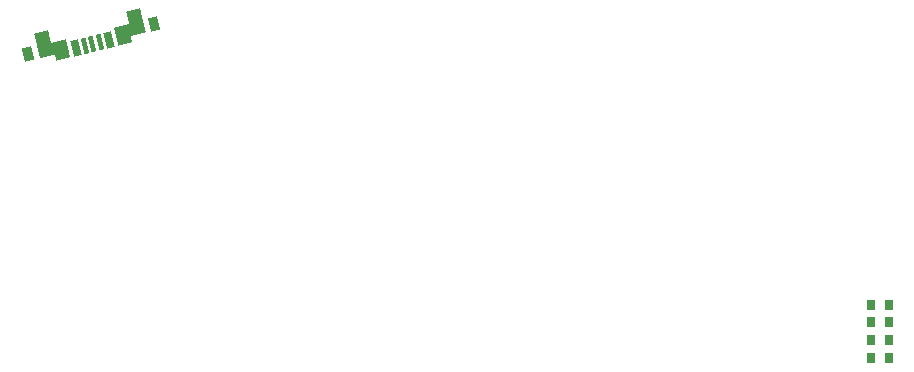
<source format=gbp>
%FSLAX44Y44*%
%MOMM*%
G71*
G01*
G75*
G04 Layer_Color=128*
%ADD10C,0.7620*%
G04:AMPARAMS|DCode=11|XSize=2mm|YSize=1.75mm|CornerRadius=0mm|HoleSize=0mm|Usage=FLASHONLY|Rotation=279.640|XOffset=0mm|YOffset=0mm|HoleType=Round|Shape=Rectangle|*
%AMROTATEDRECTD11*
4,1,4,-1.0301,0.8394,0.6952,1.1324,1.0301,-0.8394,-0.6952,-1.1324,-1.0301,0.8394,0.0*
%
%ADD11ROTATEDRECTD11*%

%ADD12R,2.3000X2.3000*%
%ADD13R,0.8000X0.9000*%
%ADD14O,1.7500X0.3000*%
%ADD15R,0.7000X0.9000*%
%ADD16R,0.9000X0.7000*%
%ADD17R,0.9000X0.8000*%
%ADD18R,0.4900X0.3000*%
%ADD19R,0.5200X0.3000*%
%ADD20R,1.7000X1.1000*%
%ADD21C,0.4000*%
%ADD22R,1.0000X1.0000*%
%ADD23R,0.7000X1.4000*%
%ADD24R,0.5500X0.9500*%
%ADD25O,0.2800X0.8500*%
%ADD26R,2.4000X1.6500*%
%ADD27R,0.7000X0.3000*%
%ADD28R,1.0000X1.6000*%
%ADD29R,0.4500X0.8500*%
%ADD30R,2.4000X1.5000*%
%ADD31R,0.8500X0.7000*%
%ADD32O,0.7000X2.0000*%
%ADD33O,1.3500X0.4500*%
%ADD34R,2.0000X0.4000*%
G04:AMPARAMS|DCode=35|XSize=1.524mm|YSize=2.8448mm|CornerRadius=0mm|HoleSize=0mm|Usage=FLASHONLY|Rotation=82.000|XOffset=0mm|YOffset=0mm|HoleType=Round|Shape=Rectangle|*
%AMROTATEDRECTD35*
4,1,4,1.3025,-0.9525,-1.5146,-0.5566,-1.3025,0.9525,1.5146,0.5566,1.3025,-0.9525,0.0*
%
%ADD35ROTATEDRECTD35*%

G04:AMPARAMS|DCode=36|XSize=1.524mm|YSize=2.8448mm|CornerRadius=0mm|HoleSize=0mm|Usage=FLASHONLY|Rotation=352.000|XOffset=0mm|YOffset=0mm|HoleType=Round|Shape=Rectangle|*
%AMROTATEDRECTD36*
4,1,4,-0.9525,-1.3025,-0.5566,1.5146,0.9525,1.3025,0.5566,-1.5146,-0.9525,-1.3025,0.0*
%
%ADD36ROTATEDRECTD36*%

%ADD37O,0.3000X1.7500*%
%ADD38R,0.2500X0.7000*%
%ADD39R,2.3800X1.6500*%
%ADD40R,0.3000X0.4900*%
%ADD41R,0.3000X0.5200*%
%ADD42C,0.1905*%
%ADD43C,0.4064*%
%ADD44C,0.5080*%
%ADD45C,0.2540*%
%ADD46C,0.3048*%
%ADD47C,0.2032*%
%ADD48C,0.6096*%
%ADD49C,1.0160*%
%ADD50C,0.3556*%
%ADD51C,1.2700*%
%ADD52R,0.7000X0.2800*%
%ADD53R,1.5000X1.5000*%
%ADD54C,1.5000*%
%ADD55C,1.8500*%
%ADD56R,1.8500X1.8500*%
%ADD57R,1.5000X1.5000*%
%ADD58C,1.2700*%
%ADD59R,1.2700X1.2700*%
%ADD60C,1.5240*%
%ADD61C,2.9000*%
%ADD62C,0.6350*%
%ADD63C,0.9000*%
%ADD64C,0.7000*%
%ADD65C,0.5000*%
%ADD66C,0.6350*%
G04:AMPARAMS|DCode=67|XSize=0.65mm|YSize=1.35mm|CornerRadius=0mm|HoleSize=0mm|Usage=FLASHONLY|Rotation=13.600|XOffset=0mm|YOffset=0mm|HoleType=Round|Shape=Rectangle|*
%AMROTATEDRECTD67*
4,1,4,-0.1572,-0.7325,-0.4746,0.5797,0.1572,0.7325,0.4746,-0.5797,-0.1572,-0.7325,0.0*
%
%ADD67ROTATEDRECTD67*%

G04:AMPARAMS|DCode=68|XSize=0.4mm|YSize=1.35mm|CornerRadius=0mm|HoleSize=0mm|Usage=FLASHONLY|Rotation=13.600|XOffset=0mm|YOffset=0mm|HoleType=Round|Shape=Rectangle|*
%AMROTATEDRECTD68*
4,1,4,-0.0357,-0.7031,-0.3531,0.6090,0.0357,0.7031,0.3531,-0.6090,-0.0357,-0.7031,0.0*
%
%ADD68ROTATEDRECTD68*%

G04:AMPARAMS|DCode=69|XSize=0.825mm|YSize=1.15mm|CornerRadius=0mm|HoleSize=0mm|Usage=FLASHONLY|Rotation=13.600|XOffset=0mm|YOffset=0mm|HoleType=Round|Shape=Rectangle|*
%AMROTATEDRECTD69*
4,1,4,-0.2657,-0.6559,-0.5361,0.4619,0.2657,0.6559,0.5361,-0.4619,-0.2657,-0.6559,0.0*
%
%ADD69ROTATEDRECTD69*%

G04:AMPARAMS|DCode=70|XSize=0.775mm|YSize=1.15mm|CornerRadius=0mm|HoleSize=0mm|Usage=FLASHONLY|Rotation=13.600|XOffset=0mm|YOffset=0mm|HoleType=Round|Shape=Rectangle|*
%AMROTATEDRECTD70*
4,1,4,-0.2414,-0.6500,-0.5118,0.4678,0.2414,0.6500,0.5118,-0.4678,-0.2414,-0.6500,0.0*
%
%ADD70ROTATEDRECTD70*%

G04:AMPARAMS|DCode=71|XSize=1.2mm|YSize=1.55mm|CornerRadius=0mm|HoleSize=0mm|Usage=FLASHONLY|Rotation=13.600|XOffset=0mm|YOffset=0mm|HoleType=Round|Shape=Rectangle|*
%AMROTATEDRECTD71*
4,1,4,-0.4009,-0.8943,-0.7654,0.6122,0.4009,0.8943,0.7654,-0.6122,-0.4009,-0.8943,0.0*
%
%ADD71ROTATEDRECTD71*%

G04:AMPARAMS|DCode=72|XSize=2.51mm|YSize=1mm|CornerRadius=0mm|HoleSize=0mm|Usage=FLASHONLY|Rotation=13.600|XOffset=0mm|YOffset=0mm|HoleType=Round|Shape=Rectangle|*
%AMROTATEDRECTD72*
4,1,4,-1.1022,-0.7811,-1.3374,0.1909,1.1022,0.7811,1.3374,-0.1909,-1.1022,-0.7811,0.0*
%
%ADD72ROTATEDRECTD72*%

G04:AMPARAMS|DCode=73|XSize=1.2mm|YSize=2.1mm|CornerRadius=0mm|HoleSize=0mm|Usage=FLASHONLY|Rotation=13.600|XOffset=0mm|YOffset=0mm|HoleType=Round|Shape=Rectangle|*
%AMROTATEDRECTD73*
4,1,4,-0.3363,-1.1617,-0.8301,0.8795,0.3363,1.1617,0.8301,-0.8795,-0.3363,-1.1617,0.0*
%
%ADD73ROTATEDRECTD73*%

%ADD74C,0.0000*%
%ADD75C,0.1000*%
%ADD76C,0.2500*%
%ADD77C,0.6000*%
%ADD78C,0.2000*%
%ADD79C,0.1500*%
%ADD80R,0.4572X1.7018*%
%ADD81R,0.5842X0.1651*%
%ADD82R,0.6502X0.1854*%
%ADD83R,1.0500X0.6800*%
%ADD84R,0.5000X0.2600*%
%ADD85R,0.8000X1.4000*%
%ADD86O,0.2300X0.8000*%
%ADD87R,0.6500X0.2500*%
%ADD88R,0.0000X0.6000*%
G04:AMPARAMS|DCode=89|XSize=2.2032mm|YSize=1.9532mm|CornerRadius=0mm|HoleSize=0mm|Usage=FLASHONLY|Rotation=279.640|XOffset=0mm|YOffset=0mm|HoleType=Round|Shape=Rectangle|*
%AMROTATEDRECTD89*
4,1,4,-1.1473,0.9225,0.7783,1.2496,1.1473,-0.9225,-0.7783,-1.2496,-1.1473,0.9225,0.0*
%
%ADD89ROTATEDRECTD89*%

%ADD90R,2.5032X2.5032*%
%ADD91R,1.0032X1.1032*%
%ADD92O,1.9532X0.5032*%
%ADD93R,0.9032X1.1032*%
%ADD94R,1.1032X0.9032*%
%ADD95R,1.1032X1.0032*%
%ADD96R,0.5900X0.4000*%
%ADD97R,0.6200X0.4000*%
%ADD98R,1.9032X1.3032*%
%ADD99C,0.6032*%
%ADD100R,0.9032X1.6032*%
%ADD101R,0.7532X1.1532*%
%ADD102O,0.4200X0.9900*%
%ADD103R,2.5400X1.7900*%
%ADD104R,0.8400X0.4400*%
%ADD105R,1.1400X1.7400*%
%ADD106R,0.6532X1.0532*%
%ADD107R,2.6032X1.7032*%
%ADD108R,1.0532X0.9032*%
%ADD109O,0.9032X2.2032*%
%ADD110O,1.5532X0.6532*%
%ADD111R,2.2032X0.6032*%
G04:AMPARAMS|DCode=112|XSize=1.7272mm|YSize=3.048mm|CornerRadius=0mm|HoleSize=0mm|Usage=FLASHONLY|Rotation=82.000|XOffset=0mm|YOffset=0mm|HoleType=Round|Shape=Rectangle|*
%AMROTATEDRECTD112*
4,1,4,1.3890,-1.0673,-1.6294,-0.6431,-1.3890,1.0673,1.6294,0.6431,1.3890,-1.0673,0.0*
%
%ADD112ROTATEDRECTD112*%

G04:AMPARAMS|DCode=113|XSize=1.7272mm|YSize=3.048mm|CornerRadius=0mm|HoleSize=0mm|Usage=FLASHONLY|Rotation=352.000|XOffset=0mm|YOffset=0mm|HoleType=Round|Shape=Rectangle|*
%AMROTATEDRECTD113*
4,1,4,-1.0673,-1.3890,-0.6431,1.6294,1.0673,1.3890,0.6431,-1.6294,-1.0673,-1.3890,0.0*
%
%ADD113ROTATEDRECTD113*%

%ADD114O,0.5032X1.9532*%
%ADD115R,0.4532X0.9032*%
%ADD116R,2.5832X1.8532*%
%ADD117R,0.4000X0.5900*%
%ADD118R,0.4000X0.6200*%
%ADD119R,0.9032X0.4832*%
%ADD120R,1.7032X1.7032*%
%ADD121C,1.7032*%
%ADD122C,2.0532*%
%ADD123R,2.0532X2.0532*%
%ADD124R,1.7032X1.7032*%
%ADD125C,1.4732*%
%ADD126R,1.4732X1.4732*%
%ADD127C,1.7272*%
%ADD128C,3.1032*%
%ADD129C,0.8382*%
%ADD130C,1.1032*%
%ADD131C,0.9032*%
%ADD132C,0.7032*%
G04:AMPARAMS|DCode=133|XSize=0.8532mm|YSize=1.5532mm|CornerRadius=0mm|HoleSize=0mm|Usage=FLASHONLY|Rotation=13.600|XOffset=0mm|YOffset=0mm|HoleType=Round|Shape=Rectangle|*
%AMROTATEDRECTD133*
4,1,4,-0.2320,-0.8551,-0.5972,0.6545,0.2320,0.8551,0.5972,-0.6545,-0.2320,-0.8551,0.0*
%
%ADD133ROTATEDRECTD133*%

G04:AMPARAMS|DCode=134|XSize=0.6032mm|YSize=1.5532mm|CornerRadius=0mm|HoleSize=0mm|Usage=FLASHONLY|Rotation=13.600|XOffset=0mm|YOffset=0mm|HoleType=Round|Shape=Rectangle|*
%AMROTATEDRECTD134*
4,1,4,-0.1105,-0.8257,-0.4758,0.6839,0.1105,0.8257,0.4758,-0.6839,-0.1105,-0.8257,0.0*
%
%ADD134ROTATEDRECTD134*%

G04:AMPARAMS|DCode=135|XSize=1.0282mm|YSize=1.3532mm|CornerRadius=0mm|HoleSize=0mm|Usage=FLASHONLY|Rotation=13.600|XOffset=0mm|YOffset=0mm|HoleType=Round|Shape=Rectangle|*
%AMROTATEDRECTD135*
4,1,4,-0.3406,-0.7785,-0.6588,0.5367,0.3406,0.7785,0.6588,-0.5367,-0.3406,-0.7785,0.0*
%
%ADD135ROTATEDRECTD135*%

G04:AMPARAMS|DCode=136|XSize=0.9782mm|YSize=1.3532mm|CornerRadius=0mm|HoleSize=0mm|Usage=FLASHONLY|Rotation=13.600|XOffset=0mm|YOffset=0mm|HoleType=Round|Shape=Rectangle|*
%AMROTATEDRECTD136*
4,1,4,-0.3163,-0.7726,-0.6345,0.5426,0.3163,0.7726,0.6345,-0.5426,-0.3163,-0.7726,0.0*
%
%ADD136ROTATEDRECTD136*%

G04:AMPARAMS|DCode=137|XSize=1.4032mm|YSize=1.7532mm|CornerRadius=0mm|HoleSize=0mm|Usage=FLASHONLY|Rotation=13.600|XOffset=0mm|YOffset=0mm|HoleType=Round|Shape=Rectangle|*
%AMROTATEDRECTD137*
4,1,4,-0.4758,-1.0170,-0.8881,0.6870,0.4758,1.0170,0.8881,-0.6870,-0.4758,-1.0170,0.0*
%
%ADD137ROTATEDRECTD137*%

G04:AMPARAMS|DCode=138|XSize=2.7132mm|YSize=1.2032mm|CornerRadius=0mm|HoleSize=0mm|Usage=FLASHONLY|Rotation=13.600|XOffset=0mm|YOffset=0mm|HoleType=Round|Shape=Rectangle|*
%AMROTATEDRECTD138*
4,1,4,-1.1771,-0.9037,-1.4600,0.2657,1.1771,0.9037,1.4600,-0.2657,-1.1771,-0.9037,0.0*
%
%ADD138ROTATEDRECTD138*%

G04:AMPARAMS|DCode=139|XSize=1.4032mm|YSize=2.3032mm|CornerRadius=0mm|HoleSize=0mm|Usage=FLASHONLY|Rotation=13.600|XOffset=0mm|YOffset=0mm|HoleType=Round|Shape=Rectangle|*
%AMROTATEDRECTD139*
4,1,4,-0.4111,-1.2843,-0.9527,0.9543,0.4111,1.2843,0.9527,-0.9543,-0.4111,-1.2843,0.0*
%
%ADD139ROTATEDRECTD139*%

D15*
X225000Y47072D02*
D03*
X240000D02*
D03*
X225000Y32072D02*
D03*
X240000D02*
D03*
X225000Y62072D02*
D03*
X240000D02*
D03*
X225000Y77072D02*
D03*
X240000D02*
D03*
D67*
X-448026Y294581D02*
D03*
X-420325Y301283D02*
D03*
D68*
X-440494Y296404D02*
D03*
X-434176Y297932D02*
D03*
X-427858Y299461D02*
D03*
D69*
X-488480Y289031D02*
D03*
D70*
X-382110Y315022D02*
D03*
D71*
X-408137Y305124D02*
D03*
X-460622Y292426D02*
D03*
D72*
X-402417Y309337D02*
D03*
X-467635Y293559D02*
D03*
D73*
X-397345Y316223D02*
D03*
X-475295Y297365D02*
D03*
M02*

</source>
